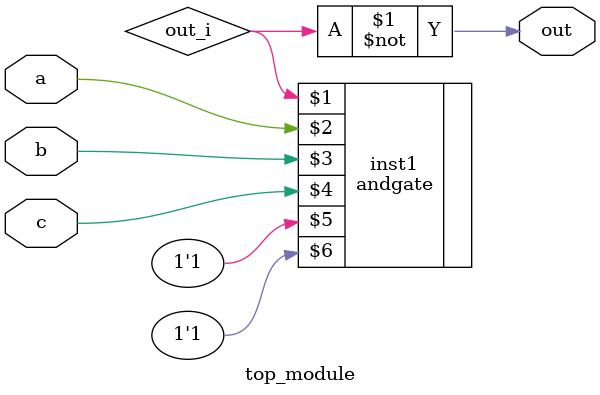
<source format=v>

module top_module (
	input  a  ,
	input  b  ,
	input  c  ,
	output out
);//

	reg out_i;
	andgate inst1 ( out_i, a,b,c,1'b1,1'b1 );
	assign out = ~out_i;
	
endmodule
</source>
